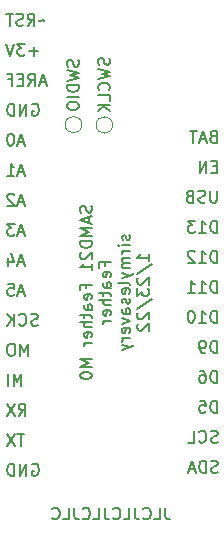
<source format=gbr>
%TF.GenerationSoftware,KiCad,Pcbnew,(6.0.0)*%
%TF.CreationDate,2022-01-23T09:41:54-05:00*%
%TF.ProjectId,Feather-SAMD21-MIC39100,46656174-6865-4722-9d53-414d4432312d,rev?*%
%TF.SameCoordinates,Original*%
%TF.FileFunction,Legend,Bot*%
%TF.FilePolarity,Positive*%
%FSLAX46Y46*%
G04 Gerber Fmt 4.6, Leading zero omitted, Abs format (unit mm)*
G04 Created by KiCad (PCBNEW (6.0.0)) date 2022-01-23 09:41:54*
%MOMM*%
%LPD*%
G01*
G04 APERTURE LIST*
%ADD10C,0.150000*%
%ADD11C,0.120000*%
G04 APERTURE END LIST*
D10*
X63877247Y-97902780D02*
X63877247Y-98617066D01*
X63924866Y-98759923D01*
X64020104Y-98855161D01*
X64162961Y-98902780D01*
X64258200Y-98902780D01*
X62924866Y-98902780D02*
X63401057Y-98902780D01*
X63401057Y-97902780D01*
X62020104Y-98807542D02*
X62067723Y-98855161D01*
X62210580Y-98902780D01*
X62305819Y-98902780D01*
X62448676Y-98855161D01*
X62543914Y-98759923D01*
X62591533Y-98664685D01*
X62639152Y-98474209D01*
X62639152Y-98331352D01*
X62591533Y-98140876D01*
X62543914Y-98045638D01*
X62448676Y-97950400D01*
X62305819Y-97902780D01*
X62210580Y-97902780D01*
X62067723Y-97950400D01*
X62020104Y-97998019D01*
X61305819Y-97902780D02*
X61305819Y-98617066D01*
X61353438Y-98759923D01*
X61448676Y-98855161D01*
X61591533Y-98902780D01*
X61686771Y-98902780D01*
X60353438Y-98902780D02*
X60829628Y-98902780D01*
X60829628Y-97902780D01*
X59448676Y-98807542D02*
X59496295Y-98855161D01*
X59639152Y-98902780D01*
X59734390Y-98902780D01*
X59877247Y-98855161D01*
X59972485Y-98759923D01*
X60020104Y-98664685D01*
X60067723Y-98474209D01*
X60067723Y-98331352D01*
X60020104Y-98140876D01*
X59972485Y-98045638D01*
X59877247Y-97950400D01*
X59734390Y-97902780D01*
X59639152Y-97902780D01*
X59496295Y-97950400D01*
X59448676Y-97998019D01*
X58734390Y-97902780D02*
X58734390Y-98617066D01*
X58782009Y-98759923D01*
X58877247Y-98855161D01*
X59020104Y-98902780D01*
X59115342Y-98902780D01*
X57782009Y-98902780D02*
X58258200Y-98902780D01*
X58258200Y-97902780D01*
X56877247Y-98807542D02*
X56924866Y-98855161D01*
X57067723Y-98902780D01*
X57162961Y-98902780D01*
X57305819Y-98855161D01*
X57401057Y-98759923D01*
X57448676Y-98664685D01*
X57496295Y-98474209D01*
X57496295Y-98331352D01*
X57448676Y-98140876D01*
X57401057Y-98045638D01*
X57305819Y-97950400D01*
X57162961Y-97902780D01*
X57067723Y-97902780D01*
X56924866Y-97950400D01*
X56877247Y-97998019D01*
X56162961Y-97902780D02*
X56162961Y-98617066D01*
X56210580Y-98759923D01*
X56305819Y-98855161D01*
X56448676Y-98902780D01*
X56543914Y-98902780D01*
X55210580Y-98902780D02*
X55686771Y-98902780D01*
X55686771Y-97902780D01*
X54305819Y-98807542D02*
X54353438Y-98855161D01*
X54496295Y-98902780D01*
X54591533Y-98902780D01*
X54734390Y-98855161D01*
X54829628Y-98759923D01*
X54877247Y-98664685D01*
X54924866Y-98474209D01*
X54924866Y-98331352D01*
X54877247Y-98140876D01*
X54829628Y-98045638D01*
X54734390Y-97950400D01*
X54591533Y-97902780D01*
X54496295Y-97902780D01*
X54353438Y-97950400D01*
X54305819Y-97998019D01*
X57628961Y-72346466D02*
X57676580Y-72489323D01*
X57676580Y-72727419D01*
X57628961Y-72822657D01*
X57581342Y-72870276D01*
X57486104Y-72917895D01*
X57390866Y-72917895D01*
X57295628Y-72870276D01*
X57248009Y-72822657D01*
X57200390Y-72727419D01*
X57152771Y-72536942D01*
X57105152Y-72441704D01*
X57057533Y-72394085D01*
X56962295Y-72346466D01*
X56867057Y-72346466D01*
X56771819Y-72394085D01*
X56724200Y-72441704D01*
X56676580Y-72536942D01*
X56676580Y-72775038D01*
X56724200Y-72917895D01*
X57390866Y-73298847D02*
X57390866Y-73775038D01*
X57676580Y-73203609D02*
X56676580Y-73536942D01*
X57676580Y-73870276D01*
X57676580Y-74203609D02*
X56676580Y-74203609D01*
X57390866Y-74536942D01*
X56676580Y-74870276D01*
X57676580Y-74870276D01*
X57676580Y-75346466D02*
X56676580Y-75346466D01*
X56676580Y-75584561D01*
X56724200Y-75727419D01*
X56819438Y-75822657D01*
X56914676Y-75870276D01*
X57105152Y-75917895D01*
X57248009Y-75917895D01*
X57438485Y-75870276D01*
X57533723Y-75822657D01*
X57628961Y-75727419D01*
X57676580Y-75584561D01*
X57676580Y-75346466D01*
X56771819Y-76298847D02*
X56724200Y-76346466D01*
X56676580Y-76441704D01*
X56676580Y-76679800D01*
X56724200Y-76775038D01*
X56771819Y-76822657D01*
X56867057Y-76870276D01*
X56962295Y-76870276D01*
X57105152Y-76822657D01*
X57676580Y-76251228D01*
X57676580Y-76870276D01*
X57676580Y-77822657D02*
X57676580Y-77251228D01*
X57676580Y-77536942D02*
X56676580Y-77536942D01*
X56819438Y-77441704D01*
X56914676Y-77346466D01*
X56962295Y-77251228D01*
X57152771Y-79346466D02*
X57152771Y-79013133D01*
X57676580Y-79013133D02*
X56676580Y-79013133D01*
X56676580Y-79489323D01*
X57628961Y-80251228D02*
X57676580Y-80155990D01*
X57676580Y-79965514D01*
X57628961Y-79870276D01*
X57533723Y-79822657D01*
X57152771Y-79822657D01*
X57057533Y-79870276D01*
X57009914Y-79965514D01*
X57009914Y-80155990D01*
X57057533Y-80251228D01*
X57152771Y-80298847D01*
X57248009Y-80298847D01*
X57343247Y-79822657D01*
X57676580Y-81155990D02*
X57152771Y-81155990D01*
X57057533Y-81108371D01*
X57009914Y-81013133D01*
X57009914Y-80822657D01*
X57057533Y-80727419D01*
X57628961Y-81155990D02*
X57676580Y-81060752D01*
X57676580Y-80822657D01*
X57628961Y-80727419D01*
X57533723Y-80679800D01*
X57438485Y-80679800D01*
X57343247Y-80727419D01*
X57295628Y-80822657D01*
X57295628Y-81060752D01*
X57248009Y-81155990D01*
X57009914Y-81489323D02*
X57009914Y-81870276D01*
X56676580Y-81632180D02*
X57533723Y-81632180D01*
X57628961Y-81679800D01*
X57676580Y-81775038D01*
X57676580Y-81870276D01*
X57676580Y-82203609D02*
X56676580Y-82203609D01*
X57676580Y-82632180D02*
X57152771Y-82632180D01*
X57057533Y-82584561D01*
X57009914Y-82489323D01*
X57009914Y-82346466D01*
X57057533Y-82251228D01*
X57105152Y-82203609D01*
X57628961Y-83489323D02*
X57676580Y-83394085D01*
X57676580Y-83203609D01*
X57628961Y-83108371D01*
X57533723Y-83060752D01*
X57152771Y-83060752D01*
X57057533Y-83108371D01*
X57009914Y-83203609D01*
X57009914Y-83394085D01*
X57057533Y-83489323D01*
X57152771Y-83536942D01*
X57248009Y-83536942D01*
X57343247Y-83060752D01*
X57676580Y-83965514D02*
X57009914Y-83965514D01*
X57200390Y-83965514D02*
X57105152Y-84013133D01*
X57057533Y-84060752D01*
X57009914Y-84155990D01*
X57009914Y-84251228D01*
X57676580Y-85346466D02*
X56676580Y-85346466D01*
X57390866Y-85679800D01*
X56676580Y-86013133D01*
X57676580Y-86013133D01*
X56676580Y-86679800D02*
X56676580Y-86775038D01*
X56724200Y-86870276D01*
X56771819Y-86917895D01*
X56867057Y-86965514D01*
X57057533Y-87013133D01*
X57295628Y-87013133D01*
X57486104Y-86965514D01*
X57581342Y-86917895D01*
X57628961Y-86870276D01*
X57676580Y-86775038D01*
X57676580Y-86679800D01*
X57628961Y-86584561D01*
X57581342Y-86536942D01*
X57486104Y-86489323D01*
X57295628Y-86441704D01*
X57057533Y-86441704D01*
X56867057Y-86489323D01*
X56771819Y-86536942D01*
X56724200Y-86584561D01*
X56676580Y-86679800D01*
X58762771Y-77465514D02*
X58762771Y-77132180D01*
X59286580Y-77132180D02*
X58286580Y-77132180D01*
X58286580Y-77608371D01*
X59238961Y-78370276D02*
X59286580Y-78275038D01*
X59286580Y-78084561D01*
X59238961Y-77989323D01*
X59143723Y-77941704D01*
X58762771Y-77941704D01*
X58667533Y-77989323D01*
X58619914Y-78084561D01*
X58619914Y-78275038D01*
X58667533Y-78370276D01*
X58762771Y-78417895D01*
X58858009Y-78417895D01*
X58953247Y-77941704D01*
X59286580Y-79275038D02*
X58762771Y-79275038D01*
X58667533Y-79227419D01*
X58619914Y-79132180D01*
X58619914Y-78941704D01*
X58667533Y-78846466D01*
X59238961Y-79275038D02*
X59286580Y-79179800D01*
X59286580Y-78941704D01*
X59238961Y-78846466D01*
X59143723Y-78798847D01*
X59048485Y-78798847D01*
X58953247Y-78846466D01*
X58905628Y-78941704D01*
X58905628Y-79179800D01*
X58858009Y-79275038D01*
X58619914Y-79608371D02*
X58619914Y-79989323D01*
X58286580Y-79751228D02*
X59143723Y-79751228D01*
X59238961Y-79798847D01*
X59286580Y-79894085D01*
X59286580Y-79989323D01*
X59286580Y-80322657D02*
X58286580Y-80322657D01*
X59286580Y-80751228D02*
X58762771Y-80751228D01*
X58667533Y-80703609D01*
X58619914Y-80608371D01*
X58619914Y-80465514D01*
X58667533Y-80370276D01*
X58715152Y-80322657D01*
X59238961Y-81608371D02*
X59286580Y-81513133D01*
X59286580Y-81322657D01*
X59238961Y-81227419D01*
X59143723Y-81179800D01*
X58762771Y-81179800D01*
X58667533Y-81227419D01*
X58619914Y-81322657D01*
X58619914Y-81513133D01*
X58667533Y-81608371D01*
X58762771Y-81655990D01*
X58858009Y-81655990D01*
X58953247Y-81179800D01*
X59286580Y-82084561D02*
X58619914Y-82084561D01*
X58810390Y-82084561D02*
X58715152Y-82132180D01*
X58667533Y-82179800D01*
X58619914Y-82275038D01*
X58619914Y-82370276D01*
X60848961Y-74822657D02*
X60896580Y-74917895D01*
X60896580Y-75108371D01*
X60848961Y-75203609D01*
X60753723Y-75251228D01*
X60706104Y-75251228D01*
X60610866Y-75203609D01*
X60563247Y-75108371D01*
X60563247Y-74965514D01*
X60515628Y-74870276D01*
X60420390Y-74822657D01*
X60372771Y-74822657D01*
X60277533Y-74870276D01*
X60229914Y-74965514D01*
X60229914Y-75108371D01*
X60277533Y-75203609D01*
X60896580Y-75679800D02*
X60229914Y-75679800D01*
X59896580Y-75679800D02*
X59944200Y-75632180D01*
X59991819Y-75679800D01*
X59944200Y-75727419D01*
X59896580Y-75679800D01*
X59991819Y-75679800D01*
X60896580Y-76155990D02*
X60229914Y-76155990D01*
X60420390Y-76155990D02*
X60325152Y-76203609D01*
X60277533Y-76251228D01*
X60229914Y-76346466D01*
X60229914Y-76441704D01*
X60896580Y-76775038D02*
X60229914Y-76775038D01*
X60325152Y-76775038D02*
X60277533Y-76822657D01*
X60229914Y-76917895D01*
X60229914Y-77060752D01*
X60277533Y-77155990D01*
X60372771Y-77203609D01*
X60896580Y-77203609D01*
X60372771Y-77203609D02*
X60277533Y-77251228D01*
X60229914Y-77346466D01*
X60229914Y-77489323D01*
X60277533Y-77584561D01*
X60372771Y-77632180D01*
X60896580Y-77632180D01*
X60229914Y-78013133D02*
X60896580Y-78251228D01*
X60229914Y-78489323D02*
X60896580Y-78251228D01*
X61134676Y-78155990D01*
X61182295Y-78108371D01*
X61229914Y-78013133D01*
X60896580Y-79013133D02*
X60848961Y-78917895D01*
X60753723Y-78870276D01*
X59896580Y-78870276D01*
X60848961Y-79775038D02*
X60896580Y-79679800D01*
X60896580Y-79489323D01*
X60848961Y-79394085D01*
X60753723Y-79346466D01*
X60372771Y-79346466D01*
X60277533Y-79394085D01*
X60229914Y-79489323D01*
X60229914Y-79679800D01*
X60277533Y-79775038D01*
X60372771Y-79822657D01*
X60468009Y-79822657D01*
X60563247Y-79346466D01*
X60848961Y-80203609D02*
X60896580Y-80298847D01*
X60896580Y-80489323D01*
X60848961Y-80584561D01*
X60753723Y-80632180D01*
X60706104Y-80632180D01*
X60610866Y-80584561D01*
X60563247Y-80489323D01*
X60563247Y-80346466D01*
X60515628Y-80251228D01*
X60420390Y-80203609D01*
X60372771Y-80203609D01*
X60277533Y-80251228D01*
X60229914Y-80346466D01*
X60229914Y-80489323D01*
X60277533Y-80584561D01*
X60896580Y-81489323D02*
X60372771Y-81489323D01*
X60277533Y-81441704D01*
X60229914Y-81346466D01*
X60229914Y-81155990D01*
X60277533Y-81060752D01*
X60848961Y-81489323D02*
X60896580Y-81394085D01*
X60896580Y-81155990D01*
X60848961Y-81060752D01*
X60753723Y-81013133D01*
X60658485Y-81013133D01*
X60563247Y-81060752D01*
X60515628Y-81155990D01*
X60515628Y-81394085D01*
X60468009Y-81489323D01*
X60229914Y-81870276D02*
X60896580Y-82108371D01*
X60229914Y-82346466D01*
X60848961Y-83108371D02*
X60896580Y-83013133D01*
X60896580Y-82822657D01*
X60848961Y-82727419D01*
X60753723Y-82679800D01*
X60372771Y-82679800D01*
X60277533Y-82727419D01*
X60229914Y-82822657D01*
X60229914Y-83013133D01*
X60277533Y-83108371D01*
X60372771Y-83155990D01*
X60468009Y-83155990D01*
X60563247Y-82679800D01*
X60896580Y-83584561D02*
X60229914Y-83584561D01*
X60420390Y-83584561D02*
X60325152Y-83632180D01*
X60277533Y-83679800D01*
X60229914Y-83775038D01*
X60229914Y-83870276D01*
X60229914Y-84108371D02*
X60896580Y-84346466D01*
X60229914Y-84584561D02*
X60896580Y-84346466D01*
X61134676Y-84251228D01*
X61182295Y-84203609D01*
X61229914Y-84108371D01*
X62506580Y-77013133D02*
X62506580Y-76441704D01*
X62506580Y-76727419D02*
X61506580Y-76727419D01*
X61649438Y-76632180D01*
X61744676Y-76536942D01*
X61792295Y-76441704D01*
X61458961Y-78155990D02*
X62744676Y-77298847D01*
X61601819Y-78441704D02*
X61554200Y-78489323D01*
X61506580Y-78584561D01*
X61506580Y-78822657D01*
X61554200Y-78917895D01*
X61601819Y-78965514D01*
X61697057Y-79013133D01*
X61792295Y-79013133D01*
X61935152Y-78965514D01*
X62506580Y-78394085D01*
X62506580Y-79013133D01*
X61506580Y-79346466D02*
X61506580Y-79965514D01*
X61887533Y-79632180D01*
X61887533Y-79775038D01*
X61935152Y-79870276D01*
X61982771Y-79917895D01*
X62078009Y-79965514D01*
X62316104Y-79965514D01*
X62411342Y-79917895D01*
X62458961Y-79870276D01*
X62506580Y-79775038D01*
X62506580Y-79489323D01*
X62458961Y-79394085D01*
X62411342Y-79346466D01*
X61458961Y-81108371D02*
X62744676Y-80251228D01*
X61601819Y-81394085D02*
X61554200Y-81441704D01*
X61506580Y-81536942D01*
X61506580Y-81775038D01*
X61554200Y-81870276D01*
X61601819Y-81917895D01*
X61697057Y-81965514D01*
X61792295Y-81965514D01*
X61935152Y-81917895D01*
X62506580Y-81346466D01*
X62506580Y-81965514D01*
X61601819Y-82346466D02*
X61554200Y-82394085D01*
X61506580Y-82489323D01*
X61506580Y-82727419D01*
X61554200Y-82822657D01*
X61601819Y-82870276D01*
X61697057Y-82917895D01*
X61792295Y-82917895D01*
X61935152Y-82870276D01*
X62506580Y-82298847D01*
X62506580Y-82917895D01*
X51936638Y-72048666D02*
X51460448Y-72048666D01*
X52031876Y-72334380D02*
X51698543Y-71334380D01*
X51365210Y-72334380D01*
X51079495Y-71429619D02*
X51031876Y-71382000D01*
X50936638Y-71334380D01*
X50698543Y-71334380D01*
X50603305Y-71382000D01*
X50555686Y-71429619D01*
X50508067Y-71524857D01*
X50508067Y-71620095D01*
X50555686Y-71762952D01*
X51127114Y-72334380D01*
X50508067Y-72334380D01*
X53079495Y-82446761D02*
X52936638Y-82494380D01*
X52698542Y-82494380D01*
X52603304Y-82446761D01*
X52555685Y-82399142D01*
X52508066Y-82303904D01*
X52508066Y-82208666D01*
X52555685Y-82113428D01*
X52603304Y-82065809D01*
X52698542Y-82018190D01*
X52889019Y-81970571D01*
X52984257Y-81922952D01*
X53031876Y-81875333D01*
X53079495Y-81780095D01*
X53079495Y-81684857D01*
X53031876Y-81589619D01*
X52984257Y-81542000D01*
X52889019Y-81494380D01*
X52650923Y-81494380D01*
X52508066Y-81542000D01*
X51508066Y-82399142D02*
X51555685Y-82446761D01*
X51698542Y-82494380D01*
X51793781Y-82494380D01*
X51936638Y-82446761D01*
X52031876Y-82351523D01*
X52079495Y-82256285D01*
X52127114Y-82065809D01*
X52127114Y-81922952D01*
X52079495Y-81732476D01*
X52031876Y-81637238D01*
X51936638Y-81542000D01*
X51793781Y-81494380D01*
X51698542Y-81494380D01*
X51555685Y-81542000D01*
X51508066Y-81589619D01*
X51079495Y-82494380D02*
X51079495Y-81494380D01*
X50508066Y-82494380D02*
X50936638Y-81922952D01*
X50508066Y-81494380D02*
X51079495Y-82065809D01*
X51936638Y-74588666D02*
X51460448Y-74588666D01*
X52031876Y-74874380D02*
X51698543Y-73874380D01*
X51365210Y-74874380D01*
X51127114Y-73874380D02*
X50508067Y-73874380D01*
X50841400Y-74255333D01*
X50698543Y-74255333D01*
X50603305Y-74302952D01*
X50555686Y-74350571D01*
X50508067Y-74445809D01*
X50508067Y-74683904D01*
X50555686Y-74779142D01*
X50603305Y-74826761D01*
X50698543Y-74874380D01*
X50984257Y-74874380D01*
X51079495Y-74826761D01*
X51127114Y-74779142D01*
X53127114Y-59253428D02*
X52365209Y-59253428D01*
X52746161Y-59634380D02*
X52746161Y-58872476D01*
X51984257Y-58634380D02*
X51365209Y-58634380D01*
X51698542Y-59015333D01*
X51555685Y-59015333D01*
X51460447Y-59062952D01*
X51412828Y-59110571D01*
X51365209Y-59205809D01*
X51365209Y-59443904D01*
X51412828Y-59539142D01*
X51460447Y-59586761D01*
X51555685Y-59634380D01*
X51841400Y-59634380D01*
X51936638Y-59586761D01*
X51984257Y-59539142D01*
X51079495Y-58634380D02*
X50746161Y-59634380D01*
X50412828Y-58634380D01*
X53650923Y-56713428D02*
X53603304Y-56665809D01*
X53508066Y-56618190D01*
X53317590Y-56713428D01*
X53222352Y-56665809D01*
X53174733Y-56618190D01*
X52222352Y-57094380D02*
X52555685Y-56618190D01*
X52793780Y-57094380D02*
X52793780Y-56094380D01*
X52412828Y-56094380D01*
X52317590Y-56142000D01*
X52269971Y-56189619D01*
X52222352Y-56284857D01*
X52222352Y-56427714D01*
X52269971Y-56522952D01*
X52317590Y-56570571D01*
X52412828Y-56618190D01*
X52793780Y-56618190D01*
X51841399Y-57046761D02*
X51698542Y-57094380D01*
X51460447Y-57094380D01*
X51365209Y-57046761D01*
X51317590Y-56999142D01*
X51269971Y-56903904D01*
X51269971Y-56808666D01*
X51317590Y-56713428D01*
X51365209Y-56665809D01*
X51460447Y-56618190D01*
X51650923Y-56570571D01*
X51746161Y-56522952D01*
X51793780Y-56475333D01*
X51841399Y-56380095D01*
X51841399Y-56284857D01*
X51793780Y-56189619D01*
X51746161Y-56142000D01*
X51650923Y-56094380D01*
X51412828Y-56094380D01*
X51269971Y-56142000D01*
X50984256Y-56094380D02*
X50412828Y-56094380D01*
X50698542Y-57094380D02*
X50698542Y-56094380D01*
X52603304Y-94242000D02*
X52698542Y-94194380D01*
X52841400Y-94194380D01*
X52984257Y-94242000D01*
X53079495Y-94337238D01*
X53127114Y-94432476D01*
X53174733Y-94622952D01*
X53174733Y-94765809D01*
X53127114Y-94956285D01*
X53079495Y-95051523D01*
X52984257Y-95146761D01*
X52841400Y-95194380D01*
X52746161Y-95194380D01*
X52603304Y-95146761D01*
X52555685Y-95099142D01*
X52555685Y-94765809D01*
X52746161Y-94765809D01*
X52127114Y-95194380D02*
X52127114Y-94194380D01*
X51555685Y-95194380D01*
X51555685Y-94194380D01*
X51079495Y-95194380D02*
X51079495Y-94194380D01*
X50841400Y-94194380D01*
X50698542Y-94242000D01*
X50603304Y-94337238D01*
X50555685Y-94432476D01*
X50508066Y-94622952D01*
X50508066Y-94765809D01*
X50555685Y-94956285D01*
X50603304Y-95051523D01*
X50698542Y-95146761D01*
X50841400Y-95194380D01*
X51079495Y-95194380D01*
X52603304Y-63762000D02*
X52698542Y-63714380D01*
X52841400Y-63714380D01*
X52984257Y-63762000D01*
X53079495Y-63857238D01*
X53127114Y-63952476D01*
X53174733Y-64142952D01*
X53174733Y-64285809D01*
X53127114Y-64476285D01*
X53079495Y-64571523D01*
X52984257Y-64666761D01*
X52841400Y-64714380D01*
X52746161Y-64714380D01*
X52603304Y-64666761D01*
X52555685Y-64619142D01*
X52555685Y-64285809D01*
X52746161Y-64285809D01*
X52127114Y-64714380D02*
X52127114Y-63714380D01*
X51555685Y-64714380D01*
X51555685Y-63714380D01*
X51079495Y-64714380D02*
X51079495Y-63714380D01*
X50841400Y-63714380D01*
X50698542Y-63762000D01*
X50603304Y-63857238D01*
X50555685Y-63952476D01*
X50508066Y-64142952D01*
X50508066Y-64285809D01*
X50555685Y-64476285D01*
X50603304Y-64571523D01*
X50698542Y-64666761D01*
X50841400Y-64714380D01*
X51079495Y-64714380D01*
X51460447Y-90114380D02*
X51793781Y-89638190D01*
X52031876Y-90114380D02*
X52031876Y-89114380D01*
X51650923Y-89114380D01*
X51555685Y-89162000D01*
X51508066Y-89209619D01*
X51460447Y-89304857D01*
X51460447Y-89447714D01*
X51508066Y-89542952D01*
X51555685Y-89590571D01*
X51650923Y-89638190D01*
X52031876Y-89638190D01*
X51127114Y-89114380D02*
X50460447Y-90114380D01*
X50460447Y-89114380D02*
X51127114Y-90114380D01*
X51936638Y-79668666D02*
X51460448Y-79668666D01*
X52031876Y-79954380D02*
X51698543Y-78954380D01*
X51365210Y-79954380D01*
X50555686Y-78954380D02*
X51031876Y-78954380D01*
X51079495Y-79430571D01*
X51031876Y-79382952D01*
X50936638Y-79335333D01*
X50698543Y-79335333D01*
X50603305Y-79382952D01*
X50555686Y-79430571D01*
X50508067Y-79525809D01*
X50508067Y-79763904D01*
X50555686Y-79859142D01*
X50603305Y-79906761D01*
X50698543Y-79954380D01*
X50936638Y-79954380D01*
X51031876Y-79906761D01*
X51079495Y-79859142D01*
X53746162Y-61888666D02*
X53269972Y-61888666D01*
X53841400Y-62174380D02*
X53508067Y-61174380D01*
X53174734Y-62174380D01*
X52269972Y-62174380D02*
X52603305Y-61698190D01*
X52841400Y-62174380D02*
X52841400Y-61174380D01*
X52460448Y-61174380D01*
X52365210Y-61222000D01*
X52317591Y-61269619D01*
X52269972Y-61364857D01*
X52269972Y-61507714D01*
X52317591Y-61602952D01*
X52365210Y-61650571D01*
X52460448Y-61698190D01*
X52841400Y-61698190D01*
X51841400Y-61650571D02*
X51508067Y-61650571D01*
X51365210Y-62174380D02*
X51841400Y-62174380D01*
X51841400Y-61174380D01*
X51365210Y-61174380D01*
X50603305Y-61650571D02*
X50936638Y-61650571D01*
X50936638Y-62174380D02*
X50936638Y-61174380D01*
X50460448Y-61174380D01*
X51698543Y-87574380D02*
X51698543Y-86574380D01*
X51365210Y-87288666D01*
X51031876Y-86574380D01*
X51031876Y-87574380D01*
X50555686Y-87574380D02*
X50555686Y-86574380D01*
X51936638Y-77128666D02*
X51460448Y-77128666D01*
X52031876Y-77414380D02*
X51698543Y-76414380D01*
X51365210Y-77414380D01*
X50603305Y-76747714D02*
X50603305Y-77414380D01*
X50841400Y-76366761D02*
X51079495Y-77081047D01*
X50460448Y-77081047D01*
X51936638Y-66968666D02*
X51460448Y-66968666D01*
X52031876Y-67254380D02*
X51698543Y-66254380D01*
X51365210Y-67254380D01*
X50841400Y-66254380D02*
X50746162Y-66254380D01*
X50650924Y-66302000D01*
X50603305Y-66349619D01*
X50555686Y-66444857D01*
X50508067Y-66635333D01*
X50508067Y-66873428D01*
X50555686Y-67063904D01*
X50603305Y-67159142D01*
X50650924Y-67206761D01*
X50746162Y-67254380D01*
X50841400Y-67254380D01*
X50936638Y-67206761D01*
X50984257Y-67159142D01*
X51031876Y-67063904D01*
X51079495Y-66873428D01*
X51079495Y-66635333D01*
X51031876Y-66444857D01*
X50984257Y-66349619D01*
X50936638Y-66302000D01*
X50841400Y-66254380D01*
X51936638Y-69508666D02*
X51460448Y-69508666D01*
X52031876Y-69794380D02*
X51698543Y-68794380D01*
X51365210Y-69794380D01*
X50508067Y-69794380D02*
X51079495Y-69794380D01*
X50793781Y-69794380D02*
X50793781Y-68794380D01*
X50889019Y-68937238D01*
X50984257Y-69032476D01*
X51079495Y-69080095D01*
X52269971Y-85034380D02*
X52269971Y-84034380D01*
X51936638Y-84748666D01*
X51603305Y-84034380D01*
X51603305Y-85034380D01*
X50936638Y-84034380D02*
X50746162Y-84034380D01*
X50650924Y-84082000D01*
X50555686Y-84177238D01*
X50508067Y-84367714D01*
X50508067Y-84701047D01*
X50555686Y-84891523D01*
X50650924Y-84986761D01*
X50746162Y-85034380D01*
X50936638Y-85034380D01*
X51031876Y-84986761D01*
X51127114Y-84891523D01*
X51174733Y-84701047D01*
X51174733Y-84367714D01*
X51127114Y-84177238D01*
X51031876Y-84082000D01*
X50936638Y-84034380D01*
X51936638Y-91654380D02*
X51365210Y-91654380D01*
X51650924Y-92654380D02*
X51650924Y-91654380D01*
X51127114Y-91654380D02*
X50460448Y-92654380D01*
X50460448Y-91654380D02*
X51127114Y-92654380D01*
X68260790Y-69016571D02*
X67927456Y-69016571D01*
X67784599Y-69540380D02*
X68260790Y-69540380D01*
X68260790Y-68540380D01*
X67784599Y-68540380D01*
X67356028Y-69540380D02*
X67356028Y-68540380D01*
X66784599Y-69540380D01*
X66784599Y-68540380D01*
X68260790Y-79700380D02*
X68260790Y-78700380D01*
X68022695Y-78700380D01*
X67879838Y-78748000D01*
X67784600Y-78843238D01*
X67736981Y-78938476D01*
X67689362Y-79128952D01*
X67689362Y-79271809D01*
X67736981Y-79462285D01*
X67784600Y-79557523D01*
X67879838Y-79652761D01*
X68022695Y-79700380D01*
X68260790Y-79700380D01*
X66736981Y-79700380D02*
X67308409Y-79700380D01*
X67022695Y-79700380D02*
X67022695Y-78700380D01*
X67117933Y-78843238D01*
X67213171Y-78938476D01*
X67308409Y-78986095D01*
X65784600Y-79700380D02*
X66356028Y-79700380D01*
X66070314Y-79700380D02*
X66070314Y-78700380D01*
X66165552Y-78843238D01*
X66260790Y-78938476D01*
X66356028Y-78986095D01*
X68260790Y-87320380D02*
X68260790Y-86320380D01*
X68022695Y-86320380D01*
X67879837Y-86368000D01*
X67784599Y-86463238D01*
X67736980Y-86558476D01*
X67689361Y-86748952D01*
X67689361Y-86891809D01*
X67736980Y-87082285D01*
X67784599Y-87177523D01*
X67879837Y-87272761D01*
X68022695Y-87320380D01*
X68260790Y-87320380D01*
X66832218Y-86320380D02*
X67022695Y-86320380D01*
X67117933Y-86368000D01*
X67165552Y-86415619D01*
X67260790Y-86558476D01*
X67308409Y-86748952D01*
X67308409Y-87129904D01*
X67260790Y-87225142D01*
X67213171Y-87272761D01*
X67117933Y-87320380D01*
X66927456Y-87320380D01*
X66832218Y-87272761D01*
X66784599Y-87225142D01*
X66736980Y-87129904D01*
X66736980Y-86891809D01*
X66784599Y-86796571D01*
X66832218Y-86748952D01*
X66927456Y-86701333D01*
X67117933Y-86701333D01*
X67213171Y-86748952D01*
X67260790Y-86796571D01*
X67308409Y-86891809D01*
X68260790Y-74620380D02*
X68260790Y-73620380D01*
X68022695Y-73620380D01*
X67879838Y-73668000D01*
X67784600Y-73763238D01*
X67736981Y-73858476D01*
X67689362Y-74048952D01*
X67689362Y-74191809D01*
X67736981Y-74382285D01*
X67784600Y-74477523D01*
X67879838Y-74572761D01*
X68022695Y-74620380D01*
X68260790Y-74620380D01*
X66736981Y-74620380D02*
X67308409Y-74620380D01*
X67022695Y-74620380D02*
X67022695Y-73620380D01*
X67117933Y-73763238D01*
X67213171Y-73858476D01*
X67308409Y-73906095D01*
X66403647Y-73620380D02*
X65784600Y-73620380D01*
X66117933Y-74001333D01*
X65975076Y-74001333D01*
X65879838Y-74048952D01*
X65832219Y-74096571D01*
X65784600Y-74191809D01*
X65784600Y-74429904D01*
X65832219Y-74525142D01*
X65879838Y-74572761D01*
X65975076Y-74620380D01*
X66260790Y-74620380D01*
X66356028Y-74572761D01*
X66403647Y-74525142D01*
X68308409Y-92352761D02*
X68165552Y-92400380D01*
X67927456Y-92400380D01*
X67832218Y-92352761D01*
X67784599Y-92305142D01*
X67736980Y-92209904D01*
X67736980Y-92114666D01*
X67784599Y-92019428D01*
X67832218Y-91971809D01*
X67927456Y-91924190D01*
X68117933Y-91876571D01*
X68213171Y-91828952D01*
X68260790Y-91781333D01*
X68308409Y-91686095D01*
X68308409Y-91590857D01*
X68260790Y-91495619D01*
X68213171Y-91448000D01*
X68117933Y-91400380D01*
X67879837Y-91400380D01*
X67736980Y-91448000D01*
X66736980Y-92305142D02*
X66784599Y-92352761D01*
X66927456Y-92400380D01*
X67022694Y-92400380D01*
X67165552Y-92352761D01*
X67260790Y-92257523D01*
X67308409Y-92162285D01*
X67356028Y-91971809D01*
X67356028Y-91828952D01*
X67308409Y-91638476D01*
X67260790Y-91543238D01*
X67165552Y-91448000D01*
X67022694Y-91400380D01*
X66927456Y-91400380D01*
X66784599Y-91448000D01*
X66736980Y-91495619D01*
X65832218Y-92400380D02*
X66308409Y-92400380D01*
X66308409Y-91400380D01*
X68260790Y-89860380D02*
X68260790Y-88860380D01*
X68022695Y-88860380D01*
X67879837Y-88908000D01*
X67784599Y-89003238D01*
X67736980Y-89098476D01*
X67689361Y-89288952D01*
X67689361Y-89431809D01*
X67736980Y-89622285D01*
X67784599Y-89717523D01*
X67879837Y-89812761D01*
X68022695Y-89860380D01*
X68260790Y-89860380D01*
X66784599Y-88860380D02*
X67260790Y-88860380D01*
X67308409Y-89336571D01*
X67260790Y-89288952D01*
X67165552Y-89241333D01*
X66927456Y-89241333D01*
X66832218Y-89288952D01*
X66784599Y-89336571D01*
X66736980Y-89431809D01*
X66736980Y-89669904D01*
X66784599Y-89765142D01*
X66832218Y-89812761D01*
X66927456Y-89860380D01*
X67165552Y-89860380D01*
X67260790Y-89812761D01*
X67308409Y-89765142D01*
X68308409Y-94892761D02*
X68165552Y-94940380D01*
X67927457Y-94940380D01*
X67832219Y-94892761D01*
X67784600Y-94845142D01*
X67736981Y-94749904D01*
X67736981Y-94654666D01*
X67784600Y-94559428D01*
X67832219Y-94511809D01*
X67927457Y-94464190D01*
X68117933Y-94416571D01*
X68213171Y-94368952D01*
X68260790Y-94321333D01*
X68308409Y-94226095D01*
X68308409Y-94130857D01*
X68260790Y-94035619D01*
X68213171Y-93988000D01*
X68117933Y-93940380D01*
X67879838Y-93940380D01*
X67736981Y-93988000D01*
X67308409Y-94940380D02*
X67308409Y-93940380D01*
X67070314Y-93940380D01*
X66927457Y-93988000D01*
X66832219Y-94083238D01*
X66784600Y-94178476D01*
X66736981Y-94368952D01*
X66736981Y-94511809D01*
X66784600Y-94702285D01*
X66832219Y-94797523D01*
X66927457Y-94892761D01*
X67070314Y-94940380D01*
X67308409Y-94940380D01*
X66356028Y-94654666D02*
X65879838Y-94654666D01*
X66451266Y-94940380D02*
X66117933Y-93940380D01*
X65784600Y-94940380D01*
X67927457Y-66476571D02*
X67784600Y-66524190D01*
X67736981Y-66571809D01*
X67689362Y-66667047D01*
X67689362Y-66809904D01*
X67736981Y-66905142D01*
X67784600Y-66952761D01*
X67879838Y-67000380D01*
X68260790Y-67000380D01*
X68260790Y-66000380D01*
X67927457Y-66000380D01*
X67832219Y-66048000D01*
X67784600Y-66095619D01*
X67736981Y-66190857D01*
X67736981Y-66286095D01*
X67784600Y-66381333D01*
X67832219Y-66428952D01*
X67927457Y-66476571D01*
X68260790Y-66476571D01*
X67308409Y-66714666D02*
X66832219Y-66714666D01*
X67403647Y-67000380D02*
X67070314Y-66000380D01*
X66736981Y-67000380D01*
X66546504Y-66000380D02*
X65975076Y-66000380D01*
X66260790Y-67000380D02*
X66260790Y-66000380D01*
X68260790Y-71080380D02*
X68260790Y-71889904D01*
X68213171Y-71985142D01*
X68165552Y-72032761D01*
X68070314Y-72080380D01*
X67879838Y-72080380D01*
X67784600Y-72032761D01*
X67736981Y-71985142D01*
X67689362Y-71889904D01*
X67689362Y-71080380D01*
X67260790Y-72032761D02*
X67117933Y-72080380D01*
X66879838Y-72080380D01*
X66784600Y-72032761D01*
X66736981Y-71985142D01*
X66689362Y-71889904D01*
X66689362Y-71794666D01*
X66736981Y-71699428D01*
X66784600Y-71651809D01*
X66879838Y-71604190D01*
X67070314Y-71556571D01*
X67165552Y-71508952D01*
X67213171Y-71461333D01*
X67260790Y-71366095D01*
X67260790Y-71270857D01*
X67213171Y-71175619D01*
X67165552Y-71128000D01*
X67070314Y-71080380D01*
X66832219Y-71080380D01*
X66689362Y-71128000D01*
X65927457Y-71556571D02*
X65784600Y-71604190D01*
X65736981Y-71651809D01*
X65689362Y-71747047D01*
X65689362Y-71889904D01*
X65736981Y-71985142D01*
X65784600Y-72032761D01*
X65879838Y-72080380D01*
X66260790Y-72080380D01*
X66260790Y-71080380D01*
X65927457Y-71080380D01*
X65832219Y-71128000D01*
X65784600Y-71175619D01*
X65736981Y-71270857D01*
X65736981Y-71366095D01*
X65784600Y-71461333D01*
X65832219Y-71508952D01*
X65927457Y-71556571D01*
X66260790Y-71556571D01*
X68260790Y-82240380D02*
X68260790Y-81240380D01*
X68022695Y-81240380D01*
X67879838Y-81288000D01*
X67784600Y-81383238D01*
X67736981Y-81478476D01*
X67689362Y-81668952D01*
X67689362Y-81811809D01*
X67736981Y-82002285D01*
X67784600Y-82097523D01*
X67879838Y-82192761D01*
X68022695Y-82240380D01*
X68260790Y-82240380D01*
X66736981Y-82240380D02*
X67308409Y-82240380D01*
X67022695Y-82240380D02*
X67022695Y-81240380D01*
X67117933Y-81383238D01*
X67213171Y-81478476D01*
X67308409Y-81526095D01*
X66117933Y-81240380D02*
X66022695Y-81240380D01*
X65927457Y-81288000D01*
X65879838Y-81335619D01*
X65832219Y-81430857D01*
X65784600Y-81621333D01*
X65784600Y-81859428D01*
X65832219Y-82049904D01*
X65879838Y-82145142D01*
X65927457Y-82192761D01*
X66022695Y-82240380D01*
X66117933Y-82240380D01*
X66213171Y-82192761D01*
X66260790Y-82145142D01*
X66308409Y-82049904D01*
X66356028Y-81859428D01*
X66356028Y-81621333D01*
X66308409Y-81430857D01*
X66260790Y-81335619D01*
X66213171Y-81288000D01*
X66117933Y-81240380D01*
X68260790Y-77160380D02*
X68260790Y-76160380D01*
X68022695Y-76160380D01*
X67879838Y-76208000D01*
X67784600Y-76303238D01*
X67736981Y-76398476D01*
X67689362Y-76588952D01*
X67689362Y-76731809D01*
X67736981Y-76922285D01*
X67784600Y-77017523D01*
X67879838Y-77112761D01*
X68022695Y-77160380D01*
X68260790Y-77160380D01*
X66736981Y-77160380D02*
X67308409Y-77160380D01*
X67022695Y-77160380D02*
X67022695Y-76160380D01*
X67117933Y-76303238D01*
X67213171Y-76398476D01*
X67308409Y-76446095D01*
X66356028Y-76255619D02*
X66308409Y-76208000D01*
X66213171Y-76160380D01*
X65975076Y-76160380D01*
X65879838Y-76208000D01*
X65832219Y-76255619D01*
X65784600Y-76350857D01*
X65784600Y-76446095D01*
X65832219Y-76588952D01*
X66403647Y-77160380D01*
X65784600Y-77160380D01*
X68260790Y-84780380D02*
X68260790Y-83780380D01*
X68022695Y-83780380D01*
X67879837Y-83828000D01*
X67784599Y-83923238D01*
X67736980Y-84018476D01*
X67689361Y-84208952D01*
X67689361Y-84351809D01*
X67736980Y-84542285D01*
X67784599Y-84637523D01*
X67879837Y-84732761D01*
X68022695Y-84780380D01*
X68260790Y-84780380D01*
X67213171Y-84780380D02*
X67022695Y-84780380D01*
X66927456Y-84732761D01*
X66879837Y-84685142D01*
X66784599Y-84542285D01*
X66736980Y-84351809D01*
X66736980Y-83970857D01*
X66784599Y-83875619D01*
X66832218Y-83828000D01*
X66927456Y-83780380D01*
X67117933Y-83780380D01*
X67213171Y-83828000D01*
X67260790Y-83875619D01*
X67308409Y-83970857D01*
X67308409Y-84208952D01*
X67260790Y-84304190D01*
X67213171Y-84351809D01*
X67117933Y-84399428D01*
X66927456Y-84399428D01*
X66832218Y-84351809D01*
X66784599Y-84304190D01*
X66736980Y-84208952D01*
%TO.C,SWDIO*%
X56513361Y-59983952D02*
X56560980Y-60126809D01*
X56560980Y-60364904D01*
X56513361Y-60460142D01*
X56465742Y-60507761D01*
X56370504Y-60555380D01*
X56275266Y-60555380D01*
X56180028Y-60507761D01*
X56132409Y-60460142D01*
X56084790Y-60364904D01*
X56037171Y-60174428D01*
X55989552Y-60079190D01*
X55941933Y-60031571D01*
X55846695Y-59983952D01*
X55751457Y-59983952D01*
X55656219Y-60031571D01*
X55608600Y-60079190D01*
X55560980Y-60174428D01*
X55560980Y-60412523D01*
X55608600Y-60555380D01*
X55560980Y-60888714D02*
X56560980Y-61126809D01*
X55846695Y-61317285D01*
X56560980Y-61507761D01*
X55560980Y-61745857D01*
X56560980Y-62126809D02*
X55560980Y-62126809D01*
X55560980Y-62364904D01*
X55608600Y-62507761D01*
X55703838Y-62603000D01*
X55799076Y-62650619D01*
X55989552Y-62698238D01*
X56132409Y-62698238D01*
X56322885Y-62650619D01*
X56418123Y-62603000D01*
X56513361Y-62507761D01*
X56560980Y-62364904D01*
X56560980Y-62126809D01*
X56560980Y-63126809D02*
X55560980Y-63126809D01*
X55560980Y-63793476D02*
X55560980Y-63983952D01*
X55608600Y-64079190D01*
X55703838Y-64174428D01*
X55894314Y-64222047D01*
X56227647Y-64222047D01*
X56418123Y-64174428D01*
X56513361Y-64079190D01*
X56560980Y-63983952D01*
X56560980Y-63793476D01*
X56513361Y-63698238D01*
X56418123Y-63603000D01*
X56227647Y-63555380D01*
X55894314Y-63555380D01*
X55703838Y-63603000D01*
X55608600Y-63698238D01*
X55560980Y-63793476D01*
%TO.C,SWCLK*%
X59154961Y-59841095D02*
X59202580Y-59983952D01*
X59202580Y-60222047D01*
X59154961Y-60317285D01*
X59107342Y-60364904D01*
X59012104Y-60412523D01*
X58916866Y-60412523D01*
X58821628Y-60364904D01*
X58774009Y-60317285D01*
X58726390Y-60222047D01*
X58678771Y-60031571D01*
X58631152Y-59936333D01*
X58583533Y-59888714D01*
X58488295Y-59841095D01*
X58393057Y-59841095D01*
X58297819Y-59888714D01*
X58250200Y-59936333D01*
X58202580Y-60031571D01*
X58202580Y-60269666D01*
X58250200Y-60412523D01*
X58202580Y-60745857D02*
X59202580Y-60983952D01*
X58488295Y-61174428D01*
X59202580Y-61364904D01*
X58202580Y-61603000D01*
X59107342Y-62555380D02*
X59154961Y-62507761D01*
X59202580Y-62364904D01*
X59202580Y-62269666D01*
X59154961Y-62126809D01*
X59059723Y-62031571D01*
X58964485Y-61983952D01*
X58774009Y-61936333D01*
X58631152Y-61936333D01*
X58440676Y-61983952D01*
X58345438Y-62031571D01*
X58250200Y-62126809D01*
X58202580Y-62269666D01*
X58202580Y-62364904D01*
X58250200Y-62507761D01*
X58297819Y-62555380D01*
X59202580Y-63460142D02*
X59202580Y-62983952D01*
X58202580Y-62983952D01*
X59202580Y-63793476D02*
X58202580Y-63793476D01*
X59202580Y-64364904D02*
X58631152Y-63936333D01*
X58202580Y-64364904D02*
X58774009Y-63793476D01*
D11*
%TO.C,SWDIO*%
X56808600Y-65481200D02*
G75*
G03*
X56808600Y-65481200I-700000J0D01*
G01*
%TO.C,SWCLK*%
X59424800Y-65506600D02*
G75*
G03*
X59424800Y-65506600I-700000J0D01*
G01*
%TD*%
M02*

</source>
